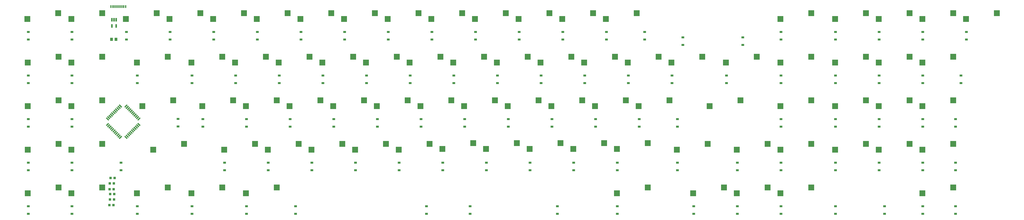
<source format=gbp>
G04 #@! TF.GenerationSoftware,KiCad,Pcbnew,(5.0.0-rc2-dev-733-g23a9fcd91)*
G04 #@! TF.CreationDate,2018-05-24T07:34:15-04:00*
G04 #@! TF.ProjectId,90plus_col2row,3930706C75735F636F6C32726F772E6B,rev?*
G04 #@! TF.SameCoordinates,Original*
G04 #@! TF.FileFunction,Paste,Bot*
G04 #@! TF.FilePolarity,Positive*
%FSLAX46Y46*%
G04 Gerber Fmt 4.6, Leading zero omitted, Abs format (unit mm)*
G04 Created by KiCad (PCBNEW (5.0.0-rc2-dev-733-g23a9fcd91)) date 05/24/18 07:34:15*
%MOMM*%
%LPD*%
G01*
G04 APERTURE LIST*
%ADD10R,0.300000X1.150000*%
%ADD11R,0.600000X1.150000*%
%ADD12R,2.550000X2.500000*%
%ADD13R,1.295000X1.400000*%
%ADD14R,0.995000X1.000000*%
%ADD15R,1.200000X0.900000*%
%ADD16R,0.650000X1.560000*%
%ADD17C,0.550000*%
%ADD18C,0.100000*%
G04 APERTURE END LIST*
D10*
X101850000Y-244425000D03*
X102350000Y-244425000D03*
X102850000Y-244425000D03*
X105350000Y-244425000D03*
X104850000Y-244425000D03*
X104350000Y-244425000D03*
X103850000Y-244425000D03*
D11*
X100400000Y-244425000D03*
X101200000Y-244425000D03*
X106000000Y-244425000D03*
X106800000Y-244425000D03*
D10*
X103350000Y-244425000D03*
D12*
X64077500Y-287972500D03*
X77527500Y-285432500D03*
D13*
X100632500Y-258730000D03*
X102567500Y-258730000D03*
D14*
X99920000Y-328820000D03*
X101695000Y-328820000D03*
X101855000Y-326410000D03*
X100080000Y-326410000D03*
X100205000Y-319410000D03*
X101980000Y-319410000D03*
X101665000Y-321765000D03*
X99890000Y-321765000D03*
D15*
X64293750Y-255525000D03*
X64293750Y-258825000D03*
X83343750Y-258825000D03*
X83343750Y-255525000D03*
X107156250Y-255525000D03*
X107156250Y-258825000D03*
X126206250Y-258825000D03*
X126206250Y-255525000D03*
X145256250Y-255525000D03*
X145256250Y-258825000D03*
X164306250Y-258825000D03*
X164306250Y-255525000D03*
X183356250Y-255525000D03*
X183356250Y-258825000D03*
X202406250Y-258825000D03*
X202406250Y-255525000D03*
X221456250Y-255525000D03*
X221456250Y-258825000D03*
X240506250Y-258825000D03*
X240506250Y-255525000D03*
X259556250Y-255525000D03*
X259556250Y-258825000D03*
X278606250Y-258825000D03*
X278606250Y-255525000D03*
X297656250Y-255525000D03*
X297656250Y-258825000D03*
X316706250Y-258825000D03*
X316706250Y-255525000D03*
X333375000Y-255525000D03*
X333375000Y-258825000D03*
X350043750Y-261206250D03*
X350043750Y-257906250D03*
X376237500Y-257906250D03*
X376237500Y-261206250D03*
X392906250Y-258825000D03*
X392906250Y-255525000D03*
X64293750Y-274575000D03*
X64293750Y-277875000D03*
X83343750Y-277875000D03*
X83343750Y-274575000D03*
X111918750Y-274575000D03*
X111918750Y-277875000D03*
X135731250Y-277875000D03*
X135731250Y-274575000D03*
X154781250Y-274575000D03*
X154781250Y-277875000D03*
X173831250Y-277875000D03*
X173831250Y-274575000D03*
X192881250Y-274575000D03*
X192881250Y-277875000D03*
X211931250Y-277875000D03*
X211931250Y-274575000D03*
X230981250Y-274575000D03*
X230981250Y-277875000D03*
X250031250Y-277875000D03*
X250031250Y-274575000D03*
X269081250Y-274575000D03*
X269081250Y-277875000D03*
X288131250Y-277875000D03*
X288131250Y-274575000D03*
X307181250Y-274575000D03*
X307181250Y-277875000D03*
X326231250Y-277875000D03*
X326231250Y-274575000D03*
X345281250Y-277875000D03*
X345281250Y-274575000D03*
X369093750Y-277875000D03*
X369093750Y-274575000D03*
X392906250Y-274575000D03*
X392906250Y-277875000D03*
X64293750Y-296925000D03*
X64293750Y-293625000D03*
X83343750Y-293625000D03*
X83343750Y-296925000D03*
X129700000Y-296880000D03*
X129700000Y-293580000D03*
X140493750Y-293625000D03*
X140493750Y-296925000D03*
X159543750Y-296925000D03*
X159543750Y-293625000D03*
X178593750Y-293625000D03*
X178593750Y-296925000D03*
X197643750Y-293625000D03*
X197643750Y-296925000D03*
X216693750Y-293625000D03*
X216693750Y-296925000D03*
X235743750Y-293625000D03*
X235743750Y-296925000D03*
X254793750Y-296925000D03*
X254793750Y-293625000D03*
X273843750Y-293625000D03*
X273843750Y-296925000D03*
X292893750Y-296925000D03*
X292893750Y-293625000D03*
X311943750Y-293625000D03*
X311943750Y-296925000D03*
X330993750Y-296925000D03*
X330993750Y-293625000D03*
X347662500Y-293625000D03*
X347662500Y-296925000D03*
X392906250Y-296925000D03*
X392906250Y-293625000D03*
X64293750Y-312675000D03*
X64293750Y-315975000D03*
X83343750Y-315975000D03*
X83343750Y-312675000D03*
X104775000Y-312675000D03*
X104775000Y-315975000D03*
X150018750Y-315975000D03*
X150018750Y-312675000D03*
X169068750Y-312675000D03*
X169068750Y-315975000D03*
X188118750Y-315975000D03*
X188118750Y-312675000D03*
X207168750Y-315975000D03*
X207168750Y-312675000D03*
X226218750Y-315975000D03*
X226218750Y-312675000D03*
X245268750Y-315975000D03*
X245268750Y-312675000D03*
X264318750Y-312675000D03*
X264318750Y-315975000D03*
X283368750Y-312675000D03*
X283368750Y-315975000D03*
X302418750Y-315975000D03*
X302418750Y-312675000D03*
X321468750Y-315975000D03*
X321468750Y-312675000D03*
X347662500Y-312675000D03*
X347662500Y-315975000D03*
X373856250Y-312675000D03*
X373856250Y-315975000D03*
X392906250Y-312675000D03*
X392906250Y-315975000D03*
X64293750Y-335025000D03*
X64293750Y-331725000D03*
X83343750Y-331725000D03*
X83343750Y-335025000D03*
X111918750Y-335025000D03*
X111918750Y-331725000D03*
X135731250Y-335025000D03*
X135731250Y-331725000D03*
X159543750Y-331725000D03*
X159543750Y-335025000D03*
X180975000Y-331725000D03*
X180975000Y-335025000D03*
X238125000Y-335025000D03*
X238125000Y-331725000D03*
X257175000Y-331725000D03*
X257175000Y-335025000D03*
X295275000Y-331725000D03*
X295275000Y-335025000D03*
X321468750Y-335025000D03*
X321468750Y-331725000D03*
X354806250Y-335025000D03*
X354806250Y-331725000D03*
X373856250Y-331725000D03*
X373856250Y-335025000D03*
X392906250Y-335025000D03*
X392906250Y-331725000D03*
D14*
X101505000Y-331270000D03*
X99730000Y-331270000D03*
X99770000Y-324310000D03*
X101545000Y-324310000D03*
D12*
X77322500Y-247332500D03*
X63872500Y-249872500D03*
X96577500Y-247332500D03*
X83127500Y-249872500D03*
X106940000Y-249872500D03*
X120390000Y-247332500D03*
X125990000Y-249872500D03*
X139440000Y-247332500D03*
X145040000Y-249872500D03*
X158490000Y-247332500D03*
X164090000Y-249872500D03*
X177540000Y-247332500D03*
X183140000Y-249872500D03*
X196590000Y-247332500D03*
X202190000Y-249872500D03*
X215640000Y-247332500D03*
X221240000Y-249872500D03*
X234690000Y-247332500D03*
X240290000Y-249872500D03*
X253740000Y-247332500D03*
X259340000Y-249872500D03*
X272790000Y-247332500D03*
X278390000Y-249872500D03*
X291840000Y-247332500D03*
X297440000Y-249872500D03*
X310890000Y-247332500D03*
X316490000Y-249872500D03*
X329940000Y-247332500D03*
X392690000Y-249872500D03*
X406140000Y-247332500D03*
X64077500Y-268922500D03*
X77527500Y-266382500D03*
X96577500Y-266382500D03*
X83127500Y-268922500D03*
X111702500Y-268922500D03*
X125152500Y-266382500D03*
X135515000Y-268922500D03*
X148965000Y-266382500D03*
X154565000Y-268922500D03*
X168015000Y-266382500D03*
X173615000Y-268922500D03*
X187065000Y-266382500D03*
X206115000Y-266382500D03*
X192665000Y-268922500D03*
X225165000Y-266382500D03*
X211715000Y-268922500D03*
X244215000Y-266382500D03*
X230765000Y-268922500D03*
X263265000Y-266382500D03*
X249815000Y-268922500D03*
X282315000Y-266382500D03*
X268865000Y-268922500D03*
X301365000Y-266382500D03*
X287915000Y-268922500D03*
X306965000Y-268922500D03*
X320415000Y-266382500D03*
X326015000Y-268922500D03*
X339465000Y-266382500D03*
X345065000Y-268922500D03*
X358515000Y-266382500D03*
X368877500Y-268922500D03*
X382327500Y-266382500D03*
X392690000Y-268922500D03*
X406140000Y-266382500D03*
X83127500Y-287972500D03*
X96577500Y-285432500D03*
X114083750Y-287972500D03*
X127533750Y-285432500D03*
X153727500Y-285432500D03*
X140277500Y-287972500D03*
X172777500Y-285432500D03*
X159327500Y-287972500D03*
X191827500Y-285432500D03*
X178377500Y-287972500D03*
X197427500Y-287972500D03*
X210877500Y-285432500D03*
X216477500Y-287972500D03*
X229927500Y-285432500D03*
X235527500Y-287972500D03*
X248977500Y-285432500D03*
X268027500Y-285432500D03*
X254577500Y-287972500D03*
X287077500Y-285432500D03*
X273627500Y-287972500D03*
X306127500Y-285432500D03*
X292677500Y-287972500D03*
X311727500Y-287972500D03*
X325177500Y-285432500D03*
X330777500Y-287972500D03*
X344227500Y-285432500D03*
X361733750Y-287972500D03*
X375183750Y-285432500D03*
X406140000Y-285432500D03*
X392690000Y-287972500D03*
X77527500Y-304482500D03*
X64077500Y-307022500D03*
X96577500Y-304482500D03*
X83127500Y-307022500D03*
X132296250Y-304482500D03*
X118846250Y-307022500D03*
X163252500Y-304482500D03*
X149802500Y-307022500D03*
X182302500Y-304482500D03*
X168852500Y-307022500D03*
X201352500Y-304482500D03*
X187902500Y-307022500D03*
X206952500Y-307022500D03*
X220402500Y-304482500D03*
X239452500Y-304482500D03*
X226002500Y-307022500D03*
X258502500Y-304165000D03*
X245052500Y-306705000D03*
X277552500Y-304165000D03*
X264102500Y-306705000D03*
X296602500Y-304165000D03*
X283152500Y-306705000D03*
X315652500Y-304165000D03*
X302202500Y-306705000D03*
X334702500Y-304165000D03*
X321252500Y-306705000D03*
X347446250Y-307022500D03*
X360896250Y-304482500D03*
X387090000Y-304482500D03*
X373640000Y-307022500D03*
X406140000Y-304482500D03*
X392690000Y-307022500D03*
X77527500Y-323532500D03*
X64077500Y-326072500D03*
X83127500Y-326072500D03*
X96577500Y-323532500D03*
X125152500Y-323532500D03*
X111702500Y-326072500D03*
X148965000Y-323532500D03*
X135515000Y-326072500D03*
X159327500Y-326072500D03*
X172777500Y-323532500D03*
X334702500Y-323532500D03*
X321252500Y-326072500D03*
X368040000Y-323532500D03*
X354590000Y-326072500D03*
X387090000Y-323532500D03*
X373640000Y-326072500D03*
X406140000Y-323532500D03*
X392690000Y-326072500D03*
D16*
X100810000Y-250260000D03*
X101760000Y-250260000D03*
X102710000Y-250260000D03*
X102710000Y-252960000D03*
X100810000Y-252960000D03*
D17*
X106932082Y-287921064D03*
D18*
G36*
X107267958Y-287196280D02*
X107656866Y-287585188D01*
X106596206Y-288645848D01*
X106207298Y-288256940D01*
X107267958Y-287196280D01*
X107267958Y-287196280D01*
G37*
D17*
X107497767Y-288486750D03*
D18*
G36*
X107833643Y-287761966D02*
X108222551Y-288150874D01*
X107161891Y-289211534D01*
X106772983Y-288822626D01*
X107833643Y-287761966D01*
X107833643Y-287761966D01*
G37*
D17*
X108063452Y-289052435D03*
D18*
G36*
X108399328Y-288327651D02*
X108788236Y-288716559D01*
X107727576Y-289777219D01*
X107338668Y-289388311D01*
X108399328Y-288327651D01*
X108399328Y-288327651D01*
G37*
D17*
X108629138Y-289618120D03*
D18*
G36*
X108965014Y-288893336D02*
X109353922Y-289282244D01*
X108293262Y-290342904D01*
X107904354Y-289953996D01*
X108965014Y-288893336D01*
X108965014Y-288893336D01*
G37*
D17*
X109194823Y-290183806D03*
D18*
G36*
X109530699Y-289459022D02*
X109919607Y-289847930D01*
X108858947Y-290908590D01*
X108470039Y-290519682D01*
X109530699Y-289459022D01*
X109530699Y-289459022D01*
G37*
D17*
X109760509Y-290749491D03*
D18*
G36*
X110096385Y-290024707D02*
X110485293Y-290413615D01*
X109424633Y-291474275D01*
X109035725Y-291085367D01*
X110096385Y-290024707D01*
X110096385Y-290024707D01*
G37*
D17*
X110326194Y-291315177D03*
D18*
G36*
X110662070Y-290590393D02*
X111050978Y-290979301D01*
X109990318Y-292039961D01*
X109601410Y-291651053D01*
X110662070Y-290590393D01*
X110662070Y-290590393D01*
G37*
D17*
X110891880Y-291880862D03*
D18*
G36*
X111227756Y-291156078D02*
X111616664Y-291544986D01*
X110556004Y-292605646D01*
X110167096Y-292216738D01*
X111227756Y-291156078D01*
X111227756Y-291156078D01*
G37*
D17*
X111457565Y-292446548D03*
D18*
G36*
X111793441Y-291721764D02*
X112182349Y-292110672D01*
X111121689Y-293171332D01*
X110732781Y-292782424D01*
X111793441Y-291721764D01*
X111793441Y-291721764D01*
G37*
D17*
X112023250Y-293012233D03*
D18*
G36*
X112359126Y-292287449D02*
X112748034Y-292676357D01*
X111687374Y-293737017D01*
X111298466Y-293348109D01*
X112359126Y-292287449D01*
X112359126Y-292287449D01*
G37*
D17*
X112588936Y-293577918D03*
D18*
G36*
X112924812Y-292853134D02*
X113313720Y-293242042D01*
X112253060Y-294302702D01*
X111864152Y-293913794D01*
X112924812Y-292853134D01*
X112924812Y-292853134D01*
G37*
D17*
X112588936Y-295982082D03*
D18*
G36*
X113313720Y-296317958D02*
X112924812Y-296706866D01*
X111864152Y-295646206D01*
X112253060Y-295257298D01*
X113313720Y-296317958D01*
X113313720Y-296317958D01*
G37*
D17*
X112023250Y-296547767D03*
D18*
G36*
X112748034Y-296883643D02*
X112359126Y-297272551D01*
X111298466Y-296211891D01*
X111687374Y-295822983D01*
X112748034Y-296883643D01*
X112748034Y-296883643D01*
G37*
D17*
X111457565Y-297113452D03*
D18*
G36*
X112182349Y-297449328D02*
X111793441Y-297838236D01*
X110732781Y-296777576D01*
X111121689Y-296388668D01*
X112182349Y-297449328D01*
X112182349Y-297449328D01*
G37*
D17*
X110891880Y-297679138D03*
D18*
G36*
X111616664Y-298015014D02*
X111227756Y-298403922D01*
X110167096Y-297343262D01*
X110556004Y-296954354D01*
X111616664Y-298015014D01*
X111616664Y-298015014D01*
G37*
D17*
X110326194Y-298244823D03*
D18*
G36*
X111050978Y-298580699D02*
X110662070Y-298969607D01*
X109601410Y-297908947D01*
X109990318Y-297520039D01*
X111050978Y-298580699D01*
X111050978Y-298580699D01*
G37*
D17*
X109760509Y-298810509D03*
D18*
G36*
X110485293Y-299146385D02*
X110096385Y-299535293D01*
X109035725Y-298474633D01*
X109424633Y-298085725D01*
X110485293Y-299146385D01*
X110485293Y-299146385D01*
G37*
D17*
X109194823Y-299376194D03*
D18*
G36*
X109919607Y-299712070D02*
X109530699Y-300100978D01*
X108470039Y-299040318D01*
X108858947Y-298651410D01*
X109919607Y-299712070D01*
X109919607Y-299712070D01*
G37*
D17*
X108629138Y-299941880D03*
D18*
G36*
X109353922Y-300277756D02*
X108965014Y-300666664D01*
X107904354Y-299606004D01*
X108293262Y-299217096D01*
X109353922Y-300277756D01*
X109353922Y-300277756D01*
G37*
D17*
X108063452Y-300507565D03*
D18*
G36*
X108788236Y-300843441D02*
X108399328Y-301232349D01*
X107338668Y-300171689D01*
X107727576Y-299782781D01*
X108788236Y-300843441D01*
X108788236Y-300843441D01*
G37*
D17*
X107497767Y-301073250D03*
D18*
G36*
X108222551Y-301409126D02*
X107833643Y-301798034D01*
X106772983Y-300737374D01*
X107161891Y-300348466D01*
X108222551Y-301409126D01*
X108222551Y-301409126D01*
G37*
D17*
X106932082Y-301638936D03*
D18*
G36*
X107656866Y-301974812D02*
X107267958Y-302363720D01*
X106207298Y-301303060D01*
X106596206Y-300914152D01*
X107656866Y-301974812D01*
X107656866Y-301974812D01*
G37*
D17*
X104527918Y-301638936D03*
D18*
G36*
X104863794Y-300914152D02*
X105252702Y-301303060D01*
X104192042Y-302363720D01*
X103803134Y-301974812D01*
X104863794Y-300914152D01*
X104863794Y-300914152D01*
G37*
D17*
X103962233Y-301073250D03*
D18*
G36*
X104298109Y-300348466D02*
X104687017Y-300737374D01*
X103626357Y-301798034D01*
X103237449Y-301409126D01*
X104298109Y-300348466D01*
X104298109Y-300348466D01*
G37*
D17*
X103396548Y-300507565D03*
D18*
G36*
X103732424Y-299782781D02*
X104121332Y-300171689D01*
X103060672Y-301232349D01*
X102671764Y-300843441D01*
X103732424Y-299782781D01*
X103732424Y-299782781D01*
G37*
D17*
X102830862Y-299941880D03*
D18*
G36*
X103166738Y-299217096D02*
X103555646Y-299606004D01*
X102494986Y-300666664D01*
X102106078Y-300277756D01*
X103166738Y-299217096D01*
X103166738Y-299217096D01*
G37*
D17*
X102265177Y-299376194D03*
D18*
G36*
X102601053Y-298651410D02*
X102989961Y-299040318D01*
X101929301Y-300100978D01*
X101540393Y-299712070D01*
X102601053Y-298651410D01*
X102601053Y-298651410D01*
G37*
D17*
X101699491Y-298810509D03*
D18*
G36*
X102035367Y-298085725D02*
X102424275Y-298474633D01*
X101363615Y-299535293D01*
X100974707Y-299146385D01*
X102035367Y-298085725D01*
X102035367Y-298085725D01*
G37*
D17*
X101133806Y-298244823D03*
D18*
G36*
X101469682Y-297520039D02*
X101858590Y-297908947D01*
X100797930Y-298969607D01*
X100409022Y-298580699D01*
X101469682Y-297520039D01*
X101469682Y-297520039D01*
G37*
D17*
X100568120Y-297679138D03*
D18*
G36*
X100903996Y-296954354D02*
X101292904Y-297343262D01*
X100232244Y-298403922D01*
X99843336Y-298015014D01*
X100903996Y-296954354D01*
X100903996Y-296954354D01*
G37*
D17*
X100002435Y-297113452D03*
D18*
G36*
X100338311Y-296388668D02*
X100727219Y-296777576D01*
X99666559Y-297838236D01*
X99277651Y-297449328D01*
X100338311Y-296388668D01*
X100338311Y-296388668D01*
G37*
D17*
X99436750Y-296547767D03*
D18*
G36*
X99772626Y-295822983D02*
X100161534Y-296211891D01*
X99100874Y-297272551D01*
X98711966Y-296883643D01*
X99772626Y-295822983D01*
X99772626Y-295822983D01*
G37*
D17*
X98871064Y-295982082D03*
D18*
G36*
X99206940Y-295257298D02*
X99595848Y-295646206D01*
X98535188Y-296706866D01*
X98146280Y-296317958D01*
X99206940Y-295257298D01*
X99206940Y-295257298D01*
G37*
D17*
X98871064Y-293577918D03*
D18*
G36*
X99595848Y-293913794D02*
X99206940Y-294302702D01*
X98146280Y-293242042D01*
X98535188Y-292853134D01*
X99595848Y-293913794D01*
X99595848Y-293913794D01*
G37*
D17*
X99436750Y-293012233D03*
D18*
G36*
X100161534Y-293348109D02*
X99772626Y-293737017D01*
X98711966Y-292676357D01*
X99100874Y-292287449D01*
X100161534Y-293348109D01*
X100161534Y-293348109D01*
G37*
D17*
X100002435Y-292446548D03*
D18*
G36*
X100727219Y-292782424D02*
X100338311Y-293171332D01*
X99277651Y-292110672D01*
X99666559Y-291721764D01*
X100727219Y-292782424D01*
X100727219Y-292782424D01*
G37*
D17*
X100568120Y-291880862D03*
D18*
G36*
X101292904Y-292216738D02*
X100903996Y-292605646D01*
X99843336Y-291544986D01*
X100232244Y-291156078D01*
X101292904Y-292216738D01*
X101292904Y-292216738D01*
G37*
D17*
X101133806Y-291315177D03*
D18*
G36*
X101858590Y-291651053D02*
X101469682Y-292039961D01*
X100409022Y-290979301D01*
X100797930Y-290590393D01*
X101858590Y-291651053D01*
X101858590Y-291651053D01*
G37*
D17*
X101699491Y-290749491D03*
D18*
G36*
X102424275Y-291085367D02*
X102035367Y-291474275D01*
X100974707Y-290413615D01*
X101363615Y-290024707D01*
X102424275Y-291085367D01*
X102424275Y-291085367D01*
G37*
D17*
X102265177Y-290183806D03*
D18*
G36*
X102989961Y-290519682D02*
X102601053Y-290908590D01*
X101540393Y-289847930D01*
X101929301Y-289459022D01*
X102989961Y-290519682D01*
X102989961Y-290519682D01*
G37*
D17*
X102830862Y-289618120D03*
D18*
G36*
X103555646Y-289953996D02*
X103166738Y-290342904D01*
X102106078Y-289282244D01*
X102494986Y-288893336D01*
X103555646Y-289953996D01*
X103555646Y-289953996D01*
G37*
D17*
X103396548Y-289052435D03*
D18*
G36*
X104121332Y-289388311D02*
X103732424Y-289777219D01*
X102671764Y-288716559D01*
X103060672Y-288327651D01*
X104121332Y-289388311D01*
X104121332Y-289388311D01*
G37*
D17*
X103962233Y-288486750D03*
D18*
G36*
X104687017Y-288822626D02*
X104298109Y-289211534D01*
X103237449Y-288150874D01*
X103626357Y-287761966D01*
X104687017Y-288822626D01*
X104687017Y-288822626D01*
G37*
D17*
X104527918Y-287921064D03*
D18*
G36*
X105252702Y-288256940D02*
X104863794Y-288645848D01*
X103803134Y-287585188D01*
X104192042Y-287196280D01*
X105252702Y-288256940D01*
X105252702Y-288256940D01*
G37*
D15*
X416718750Y-255525000D03*
X416718750Y-258825000D03*
X435768750Y-258825000D03*
X435768750Y-255525000D03*
X454818750Y-255525000D03*
X454818750Y-258825000D03*
X473868750Y-258825000D03*
X473868750Y-255525000D03*
X416718750Y-274575000D03*
X416718750Y-277875000D03*
X435768750Y-277875000D03*
X435768750Y-274575000D03*
X454818750Y-274575000D03*
X454818750Y-277875000D03*
X471487500Y-277875000D03*
X471487500Y-274575000D03*
X416718750Y-293625000D03*
X416718750Y-296925000D03*
X435768750Y-296925000D03*
X435768750Y-293625000D03*
X454818750Y-293625000D03*
X454818750Y-296925000D03*
X469106250Y-296925000D03*
X469106250Y-293625000D03*
X416718750Y-312675000D03*
X416718750Y-315975000D03*
X435768750Y-312675000D03*
X435768750Y-315975000D03*
X454818750Y-315975000D03*
X454818750Y-312675000D03*
X469106250Y-315975000D03*
X469106250Y-312675000D03*
X416718750Y-335025000D03*
X416718750Y-331725000D03*
X438150000Y-331725000D03*
X438150000Y-335025000D03*
X454818750Y-335025000D03*
X454818750Y-331725000D03*
X469106250Y-331725000D03*
X469106250Y-335025000D03*
D12*
X416502500Y-249872500D03*
X429952500Y-247332500D03*
X449002500Y-247332500D03*
X435552500Y-249872500D03*
X454602500Y-249872500D03*
X468052500Y-247332500D03*
X487102500Y-247332500D03*
X473652500Y-249872500D03*
X429952500Y-266382500D03*
X416502500Y-268922500D03*
X435552500Y-268922500D03*
X449002500Y-266382500D03*
X468052500Y-266382500D03*
X454602500Y-268922500D03*
X416502500Y-287972500D03*
X429952500Y-285432500D03*
X449002500Y-285432500D03*
X435552500Y-287972500D03*
X468052500Y-285432500D03*
X454602500Y-287972500D03*
X416502500Y-307022500D03*
X429952500Y-304482500D03*
X449002500Y-304482500D03*
X435552500Y-307022500D03*
X454602500Y-307022500D03*
X468052500Y-304482500D03*
X454602500Y-326072500D03*
X468052500Y-323532500D03*
M02*

</source>
